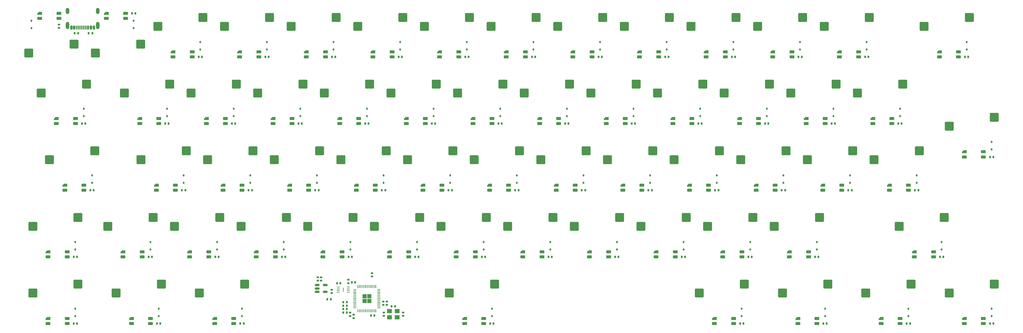
<source format=gbr>
%TF.GenerationSoftware,KiCad,Pcbnew,8.0.3*%
%TF.CreationDate,2024-10-13T01:02:16+08:00*%
%TF.ProjectId,PH60_Rev3,50483630-5f52-4657-9633-2e6b69636164,rev?*%
%TF.SameCoordinates,Original*%
%TF.FileFunction,Paste,Bot*%
%TF.FilePolarity,Positive*%
%FSLAX46Y46*%
G04 Gerber Fmt 4.6, Leading zero omitted, Abs format (unit mm)*
G04 Created by KiCad (PCBNEW 8.0.3) date 2024-10-13 01:02:16*
%MOMM*%
%LPD*%
G01*
G04 APERTURE LIST*
G04 Aperture macros list*
%AMRoundRect*
0 Rectangle with rounded corners*
0 $1 Rounding radius*
0 $2 $3 $4 $5 $6 $7 $8 $9 X,Y pos of 4 corners*
0 Add a 4 corners polygon primitive as box body*
4,1,4,$2,$3,$4,$5,$6,$7,$8,$9,$2,$3,0*
0 Add four circle primitives for the rounded corners*
1,1,$1+$1,$2,$3*
1,1,$1+$1,$4,$5*
1,1,$1+$1,$6,$7*
1,1,$1+$1,$8,$9*
0 Add four rect primitives between the rounded corners*
20,1,$1+$1,$2,$3,$4,$5,0*
20,1,$1+$1,$4,$5,$6,$7,0*
20,1,$1+$1,$6,$7,$8,$9,0*
20,1,$1+$1,$8,$9,$2,$3,0*%
%AMFreePoly0*
4,1,18,-0.410000,0.593000,-0.403758,0.624380,-0.385983,0.650983,-0.359380,0.668758,-0.328000,0.675000,0.328000,0.675000,0.359380,0.668758,0.385983,0.650983,0.403758,0.624380,0.410000,0.593000,0.410000,-0.593000,0.403758,-0.624380,0.385983,-0.650983,0.359380,-0.668758,0.328000,-0.675000,0.000000,-0.675000,-0.410000,-0.265000,-0.410000,0.593000,-0.410000,0.593000,$1*%
%AMFreePoly1*
4,1,19,0.563745,0.600348,0.608674,0.548497,0.619677,0.497915,0.619677,-0.497915,0.600348,-0.563745,0.548497,-0.608674,0.497915,-0.619677,-0.497915,-0.619677,-0.563745,-0.600348,-0.608674,-0.548497,-0.619677,-0.497915,-0.619677,0.397045,-0.600348,0.462875,-0.584014,0.483144,-0.483144,0.584014,-0.422927,0.616894,-0.397045,0.619677,0.497915,0.619677,0.563745,0.600348,0.563745,0.600348,
$1*%
%AMFreePoly2*
4,1,19,0.563745,0.600348,0.608674,0.548497,0.619677,0.497915,0.619677,-0.497915,0.600348,-0.563745,0.548497,-0.608674,0.497915,-0.619677,-0.397045,-0.619677,-0.462875,-0.600348,-0.483144,-0.584014,-0.584014,-0.483144,-0.616894,-0.422927,-0.619677,-0.397045,-0.619677,0.497915,-0.600348,0.563745,-0.548497,0.608674,-0.497915,0.619677,0.497915,0.619677,0.563745,0.600348,0.563745,0.600348,
$1*%
%AMFreePoly3*
4,1,19,0.462875,0.600348,0.483144,0.584014,0.584014,0.483144,0.616894,0.422927,0.619677,0.397045,0.619677,-0.497915,0.600348,-0.563745,0.548497,-0.608674,0.497915,-0.619677,-0.497915,-0.619677,-0.563745,-0.600348,-0.608674,-0.548497,-0.619677,-0.497915,-0.619677,0.497915,-0.600348,0.563745,-0.548497,0.608674,-0.497915,0.619677,0.397045,0.619677,0.462875,0.600348,0.462875,0.600348,
$1*%
%AMFreePoly4*
4,1,19,0.563745,0.600348,0.608674,0.548497,0.619677,0.497915,0.619677,-0.397045,0.600348,-0.462875,0.584014,-0.483144,0.483144,-0.584014,0.422927,-0.616894,0.397045,-0.619677,-0.497915,-0.619677,-0.563745,-0.600348,-0.608674,-0.548497,-0.619677,-0.497915,-0.619677,0.497915,-0.600348,0.563745,-0.548497,0.608674,-0.497915,0.619677,0.497915,0.619677,0.563745,0.600348,0.563745,0.600348,
$1*%
G04 Aperture macros list end*
%ADD10RoundRect,0.250000X-1.025000X-1.000000X1.025000X-1.000000X1.025000X1.000000X-1.025000X1.000000X0*%
%ADD11RoundRect,0.250000X1.025000X1.000000X-1.025000X1.000000X-1.025000X-1.000000X1.025000X-1.000000X0*%
%ADD12RoundRect,0.140000X-0.140000X-0.170000X0.140000X-0.170000X0.140000X0.170000X-0.140000X0.170000X0*%
%ADD13RoundRect,0.112500X0.112500X-0.187500X0.112500X0.187500X-0.112500X0.187500X-0.112500X-0.187500X0*%
%ADD14RoundRect,0.082000X-0.593000X0.328000X-0.593000X-0.328000X0.593000X-0.328000X0.593000X0.328000X0*%
%ADD15FreePoly0,270.000000*%
%ADD16RoundRect,0.140000X-0.170000X0.140000X-0.170000X-0.140000X0.170000X-0.140000X0.170000X0.140000X0*%
%ADD17RoundRect,0.140000X0.140000X0.170000X-0.140000X0.170000X-0.140000X-0.170000X0.140000X-0.170000X0*%
%ADD18RoundRect,0.140000X0.170000X-0.140000X0.170000X0.140000X-0.170000X0.140000X-0.170000X-0.140000X0*%
%ADD19FreePoly1,270.000000*%
%ADD20FreePoly2,270.000000*%
%ADD21FreePoly3,270.000000*%
%ADD22FreePoly4,270.000000*%
%ADD23RoundRect,0.050000X-0.050000X0.387500X-0.050000X-0.387500X0.050000X-0.387500X0.050000X0.387500X0*%
%ADD24RoundRect,0.050000X-0.387500X0.050000X-0.387500X-0.050000X0.387500X-0.050000X0.387500X0.050000X0*%
%ADD25RoundRect,0.135000X-0.135000X-0.185000X0.135000X-0.185000X0.135000X0.185000X-0.135000X0.185000X0*%
%ADD26RoundRect,0.112500X-0.112500X0.187500X-0.112500X-0.187500X0.112500X-0.187500X0.112500X0.187500X0*%
%ADD27RoundRect,0.135000X0.135000X0.185000X-0.135000X0.185000X-0.135000X-0.185000X0.135000X-0.185000X0*%
%ADD28RoundRect,0.040000X0.040000X0.605000X-0.040000X0.605000X-0.040000X-0.605000X0.040000X-0.605000X0*%
%ADD29RoundRect,0.062500X0.387500X0.062500X-0.387500X0.062500X-0.387500X-0.062500X0.387500X-0.062500X0*%
%ADD30RoundRect,0.135000X-0.185000X0.135000X-0.185000X-0.135000X0.185000X-0.135000X0.185000X0.135000X0*%
%ADD31RoundRect,0.150000X-0.150000X-0.425000X0.150000X-0.425000X0.150000X0.425000X-0.150000X0.425000X0*%
%ADD32RoundRect,0.075000X-0.075000X-0.500000X0.075000X-0.500000X0.075000X0.500000X-0.075000X0.500000X0*%
%ADD33O,1.000000X1.800000*%
%ADD34O,1.000000X2.100000*%
%ADD35RoundRect,0.150000X-0.512500X-0.150000X0.512500X-0.150000X0.512500X0.150000X-0.512500X0.150000X0*%
%ADD36R,1.400000X1.200000*%
G04 APERTURE END LIST*
D10*
%TO.C,S30*%
X64352500Y-73660000D03*
X77279500Y-71120000D03*
%TD*%
%TO.C,S27*%
X269140000Y-54610000D03*
X282067000Y-52070000D03*
%TD*%
%TO.C,S42*%
X33396250Y-92710000D03*
X46323250Y-90170000D03*
%TD*%
%TO.C,S32*%
X102452500Y-73660000D03*
X115379500Y-71120000D03*
%TD*%
%TO.C,S38*%
X216752500Y-73660000D03*
X229679500Y-71120000D03*
%TD*%
%TO.C,S35*%
X159602500Y-73660000D03*
X172529500Y-71120000D03*
%TD*%
%TO.C,S4*%
X88165000Y-35560000D03*
X101092000Y-33020000D03*
%TD*%
D11*
%TO.C,S2*%
X64235000Y-40640000D03*
X51308000Y-43180000D03*
%TD*%
D10*
%TO.C,S22*%
X173890000Y-54610000D03*
X186817000Y-52070000D03*
%TD*%
%TO.C,S28*%
X295333750Y-64135000D03*
X308260750Y-61595000D03*
%TD*%
%TO.C,S46*%
X111977500Y-92710000D03*
X124904500Y-90170000D03*
%TD*%
D11*
%TO.C,S1*%
X45185000Y-40640000D03*
X32258000Y-43180000D03*
%TD*%
D10*
%TO.C,S54*%
X281046250Y-92710000D03*
X293973250Y-90170000D03*
%TD*%
%TO.C,S10*%
X202465000Y-35560000D03*
X215392000Y-33020000D03*
%TD*%
%TO.C,S34*%
X140552500Y-73660000D03*
X153479500Y-71120000D03*
%TD*%
%TO.C,S15*%
X35777500Y-54610000D03*
X48704500Y-52070000D03*
%TD*%
%TO.C,S56*%
X57208750Y-111760000D03*
X70135750Y-109220000D03*
%TD*%
%TO.C,S20*%
X135790000Y-54610000D03*
X148717000Y-52070000D03*
%TD*%
%TO.C,S17*%
X78640000Y-54610000D03*
X91567000Y-52070000D03*
%TD*%
%TO.C,S31*%
X83402500Y-73660000D03*
X96329500Y-71120000D03*
%TD*%
%TO.C,S48*%
X150077500Y-92710000D03*
X163004500Y-90170000D03*
%TD*%
%TO.C,S51*%
X207227500Y-92710000D03*
X220154500Y-90170000D03*
%TD*%
%TO.C,S23*%
X192940000Y-54610000D03*
X205867000Y-52070000D03*
%TD*%
%TO.C,S50*%
X188177500Y-92710000D03*
X201104500Y-90170000D03*
%TD*%
%TO.C,S18*%
X97690000Y-54610000D03*
X110617000Y-52070000D03*
%TD*%
%TO.C,S33*%
X121502500Y-73660000D03*
X134429500Y-71120000D03*
%TD*%
%TO.C,S61*%
X271521250Y-111760000D03*
X284448250Y-109220000D03*
%TD*%
%TO.C,S16*%
X59590000Y-54610000D03*
X72517000Y-52070000D03*
%TD*%
%TO.C,S60*%
X247708750Y-111760000D03*
X260635750Y-109220000D03*
%TD*%
%TO.C,S58*%
X152458750Y-111760000D03*
X165385750Y-109220000D03*
%TD*%
%TO.C,S24*%
X211990000Y-54610000D03*
X224917000Y-52070000D03*
%TD*%
%TO.C,S29*%
X38158750Y-73660000D03*
X51085750Y-71120000D03*
%TD*%
%TO.C,S37*%
X197702500Y-73660000D03*
X210629500Y-71120000D03*
%TD*%
%TO.C,S43*%
X54827500Y-92710000D03*
X67754500Y-90170000D03*
%TD*%
%TO.C,S3*%
X69115000Y-35560000D03*
X82042000Y-33020000D03*
%TD*%
%TO.C,S36*%
X178652500Y-73660000D03*
X191579500Y-71120000D03*
%TD*%
%TO.C,S6*%
X126265000Y-35560000D03*
X139192000Y-33020000D03*
%TD*%
%TO.C,S55*%
X33396250Y-111760000D03*
X46323250Y-109220000D03*
%TD*%
%TO.C,S25*%
X231040000Y-54610000D03*
X243967000Y-52070000D03*
%TD*%
%TO.C,S9*%
X183415000Y-35560000D03*
X196342000Y-33020000D03*
%TD*%
%TO.C,S26*%
X250090000Y-54610000D03*
X263017000Y-52070000D03*
%TD*%
%TO.C,S11*%
X221515000Y-35560000D03*
X234442000Y-33020000D03*
%TD*%
%TO.C,S59*%
X223896250Y-111760000D03*
X236823250Y-109220000D03*
%TD*%
%TO.C,S53*%
X245327500Y-92710000D03*
X258254500Y-90170000D03*
%TD*%
%TO.C,S12*%
X240565000Y-35560000D03*
X253492000Y-33020000D03*
%TD*%
%TO.C,S57*%
X81021250Y-111760000D03*
X93948250Y-109220000D03*
%TD*%
%TO.C,S8*%
X164365000Y-35560000D03*
X177292000Y-33020000D03*
%TD*%
%TO.C,S13*%
X259615000Y-35560000D03*
X272542000Y-33020000D03*
%TD*%
%TO.C,S14*%
X288190000Y-35560000D03*
X301117000Y-33020000D03*
%TD*%
%TO.C,S21*%
X154840000Y-54610000D03*
X167767000Y-52070000D03*
%TD*%
%TO.C,S19*%
X116740000Y-54610000D03*
X129667000Y-52070000D03*
%TD*%
%TO.C,S5*%
X107215000Y-35560000D03*
X120142000Y-33020000D03*
%TD*%
%TO.C,S45*%
X92927500Y-92710000D03*
X105854500Y-90170000D03*
%TD*%
%TO.C,S62*%
X295333750Y-111760000D03*
X308260750Y-109220000D03*
%TD*%
%TO.C,S52*%
X226277500Y-92710000D03*
X239204500Y-90170000D03*
%TD*%
%TO.C,S7*%
X145315000Y-35560000D03*
X158242000Y-33020000D03*
%TD*%
%TO.C,S41*%
X273902500Y-73660000D03*
X286829500Y-71120000D03*
%TD*%
%TO.C,S49*%
X169127500Y-92710000D03*
X182054500Y-90170000D03*
%TD*%
%TO.C,S44*%
X73877500Y-92710000D03*
X86804500Y-90170000D03*
%TD*%
%TO.C,S39*%
X235802500Y-73660000D03*
X248729500Y-71120000D03*
%TD*%
%TO.C,S40*%
X254852500Y-73660000D03*
X267779500Y-71120000D03*
%TD*%
%TO.C,S47*%
X131027500Y-92710000D03*
X143954500Y-90170000D03*
%TD*%
D12*
%TO.C,RGBC15*%
X47462500Y-63400000D03*
X48422500Y-63400000D03*
%TD*%
D13*
%TO.C,D21*%
X167005000Y-61230000D03*
X167005000Y-59130000D03*
%TD*%
D12*
%TO.C,RGBC49*%
X180812500Y-101500000D03*
X181772500Y-101500000D03*
%TD*%
%TO.C,RGBC28*%
X307018750Y-72925000D03*
X307978750Y-72925000D03*
%TD*%
D14*
%TO.C,RGB20*%
X145600000Y-63400000D03*
X145600000Y-61900000D03*
D15*
X140150000Y-61900000D03*
D14*
X140150000Y-63400000D03*
%TD*%
D16*
%TO.C,C13*%
X125087500Y-118020000D03*
X125087500Y-118980000D03*
%TD*%
%TO.C,C3*%
X133737500Y-117370000D03*
X133737500Y-118330000D03*
%TD*%
D13*
%TO.C,D46*%
X124142500Y-99330000D03*
X124142500Y-97230000D03*
%TD*%
D12*
%TO.C,RGBC58*%
X164143750Y-120550000D03*
X165103750Y-120550000D03*
%TD*%
%TO.C,RGBC14*%
X299875000Y-44350000D03*
X300835000Y-44350000D03*
%TD*%
D13*
%TO.C,D55*%
X45561250Y-118380000D03*
X45561250Y-116280000D03*
%TD*%
D14*
%TO.C,RGB58*%
X162268750Y-120550000D03*
X162268750Y-119050000D03*
D15*
X156818750Y-119050000D03*
D14*
X156818750Y-120550000D03*
%TD*%
%TO.C,RGB14*%
X298000000Y-44350000D03*
X298000000Y-42850000D03*
D15*
X292550000Y-42850000D03*
D14*
X292550000Y-44350000D03*
%TD*%
D12*
%TO.C,RGBC21*%
X166525000Y-63400000D03*
X167485000Y-63400000D03*
%TD*%
D17*
%TO.C,C8*%
X123121814Y-116400000D03*
X122161814Y-116400000D03*
%TD*%
D16*
%TO.C,C1*%
X114837500Y-107270000D03*
X114837500Y-108230000D03*
%TD*%
D18*
%TO.C,C4*%
X115837500Y-108230000D03*
X115837500Y-107270000D03*
%TD*%
D14*
%TO.C,RGB55*%
X43206250Y-120550000D03*
X43206250Y-119050000D03*
D15*
X37756250Y-119050000D03*
D14*
X37756250Y-120550000D03*
%TD*%
D13*
%TO.C,D7*%
X157480000Y-42180000D03*
X157480000Y-40080000D03*
%TD*%
D19*
%TO.C,U3*%
X129575000Y-112725000D03*
D20*
X128225000Y-112725000D03*
D21*
X129575000Y-114075000D03*
D22*
X128225000Y-114075000D03*
D23*
X126300000Y-109962500D03*
X126700000Y-109962500D03*
X127100000Y-109962500D03*
X127500000Y-109962500D03*
X127900000Y-109962500D03*
X128300000Y-109962500D03*
X128700000Y-109962500D03*
X129100000Y-109962500D03*
X129500000Y-109962500D03*
X129900000Y-109962500D03*
X130300000Y-109962500D03*
X130700000Y-109962500D03*
X131100000Y-109962500D03*
X131500000Y-109962500D03*
D24*
X132337500Y-110800000D03*
X132337500Y-111200000D03*
X132337500Y-111600000D03*
X132337500Y-112000000D03*
X132337500Y-112400000D03*
X132337500Y-112800000D03*
X132337500Y-113200000D03*
X132337500Y-113600000D03*
X132337500Y-114000000D03*
X132337500Y-114400000D03*
X132337500Y-114800000D03*
X132337500Y-115200000D03*
X132337500Y-115600000D03*
X132337500Y-116000000D03*
D23*
X131500000Y-116837500D03*
X131100000Y-116837500D03*
X130700000Y-116837500D03*
X130300000Y-116837500D03*
X129900000Y-116837500D03*
X129500000Y-116837500D03*
X129100000Y-116837500D03*
X128700000Y-116837500D03*
X128300000Y-116837500D03*
X127900000Y-116837500D03*
X127500000Y-116837500D03*
X127100000Y-116837500D03*
X126700000Y-116837500D03*
X126300000Y-116837500D03*
D24*
X125462500Y-116000000D03*
X125462500Y-115600000D03*
X125462500Y-115200000D03*
X125462500Y-114800000D03*
X125462500Y-114400000D03*
X125462500Y-114000000D03*
X125462500Y-113600000D03*
X125462500Y-113200000D03*
X125462500Y-112800000D03*
X125462500Y-112400000D03*
X125462500Y-112000000D03*
X125462500Y-111600000D03*
X125462500Y-111200000D03*
X125462500Y-110800000D03*
%TD*%
D13*
%TO.C,D15*%
X47942500Y-61230000D03*
X47942500Y-59130000D03*
%TD*%
D14*
%TO.C,RGB57*%
X90831250Y-120550000D03*
X90831250Y-119050000D03*
D15*
X85381250Y-119050000D03*
D14*
X85381250Y-120550000D03*
%TD*%
D12*
%TO.C,RGBC62*%
X307018750Y-120550000D03*
X307978750Y-120550000D03*
%TD*%
D14*
%TO.C,RGB38*%
X226562500Y-82450000D03*
X226562500Y-80950000D03*
D15*
X221112500Y-80950000D03*
D14*
X221112500Y-82450000D03*
%TD*%
%TO.C,RGB37*%
X207512500Y-82450000D03*
X207512500Y-80950000D03*
D15*
X202062500Y-80950000D03*
D14*
X202062500Y-82450000D03*
%TD*%
D13*
%TO.C,D43*%
X66992500Y-99330000D03*
X66992500Y-97230000D03*
%TD*%
D12*
%TO.C,RGBC34*%
X152237500Y-82450000D03*
X153197500Y-82450000D03*
%TD*%
D13*
%TO.C,D22*%
X186055000Y-61230000D03*
X186055000Y-59130000D03*
%TD*%
%TO.C,D44*%
X86042500Y-99330000D03*
X86042500Y-97230000D03*
%TD*%
D25*
%TO.C,R5*%
X135977500Y-115600000D03*
X136997500Y-115600000D03*
%TD*%
D14*
%TO.C,RGB52*%
X236087500Y-101500000D03*
X236087500Y-100000000D03*
D15*
X230637500Y-100000000D03*
D14*
X230637500Y-101500000D03*
%TD*%
D12*
%TO.C,RGBC51*%
X218912500Y-101500000D03*
X219872500Y-101500000D03*
%TD*%
D25*
%TO.C,R7*%
X49375000Y-37575000D03*
X50395000Y-37575000D03*
%TD*%
D13*
%TO.C,D58*%
X164623750Y-118380000D03*
X164623750Y-116280000D03*
%TD*%
%TO.C,D20*%
X147955000Y-61230000D03*
X147955000Y-59130000D03*
%TD*%
D14*
%TO.C,RGB3*%
X78925000Y-44350000D03*
X78925000Y-42850000D03*
D15*
X73475000Y-42850000D03*
D14*
X73475000Y-44350000D03*
%TD*%
D12*
%TO.C,RGBC32*%
X114137500Y-82450000D03*
X115097500Y-82450000D03*
%TD*%
D14*
%TO.C,RGB60*%
X257518750Y-120550000D03*
X257518750Y-119050000D03*
D15*
X252068750Y-119050000D03*
D14*
X252068750Y-120550000D03*
%TD*%
D12*
%TO.C,RGBC30*%
X76037500Y-82450000D03*
X76997500Y-82450000D03*
%TD*%
D14*
%TO.C,RGB5*%
X117025000Y-44350000D03*
X117025000Y-42850000D03*
D15*
X111575000Y-42850000D03*
D14*
X111575000Y-44350000D03*
%TD*%
%TO.C,RGB16*%
X69400000Y-63400000D03*
X69400000Y-61900000D03*
D15*
X63950000Y-61900000D03*
D14*
X63950000Y-63400000D03*
%TD*%
D13*
%TO.C,D19*%
X128905000Y-61230000D03*
X128905000Y-59130000D03*
%TD*%
D17*
%TO.C,C16*%
X118567500Y-113600000D03*
X117607500Y-113600000D03*
%TD*%
D13*
%TO.C,D4*%
X100330000Y-42180000D03*
X100330000Y-40080000D03*
%TD*%
%TO.C,D13*%
X271780000Y-42180000D03*
X271780000Y-40080000D03*
%TD*%
%TO.C,D29*%
X50323750Y-80280000D03*
X50323750Y-78180000D03*
%TD*%
D14*
%TO.C,RGB24*%
X221800000Y-63400000D03*
X221800000Y-61900000D03*
D15*
X216350000Y-61900000D03*
D14*
X216350000Y-63400000D03*
%TD*%
D13*
%TO.C,D11*%
X233680000Y-42180000D03*
X233680000Y-40080000D03*
%TD*%
D12*
%TO.C,C5*%
X120357500Y-109000000D03*
X121317500Y-109000000D03*
%TD*%
D14*
%TO.C,RGB18*%
X107500000Y-63400000D03*
X107500000Y-61900000D03*
D15*
X102050000Y-61900000D03*
D14*
X102050000Y-63400000D03*
%TD*%
%TO.C,RGB27*%
X278950000Y-63400000D03*
X278950000Y-61900000D03*
D15*
X273500000Y-61900000D03*
D14*
X273500000Y-63400000D03*
%TD*%
%TO.C,RGB34*%
X150362500Y-82450000D03*
X150362500Y-80950000D03*
D15*
X144912500Y-80950000D03*
D14*
X144912500Y-82450000D03*
%TD*%
D12*
%TO.C,RGBC43*%
X66512500Y-101500000D03*
X67472500Y-101500000D03*
%TD*%
D14*
%TO.C,RGB47*%
X140837500Y-101500000D03*
X140837500Y-100000000D03*
D15*
X135387500Y-100000000D03*
D14*
X135387500Y-101500000D03*
%TD*%
D12*
%TO.C,C9*%
X130107500Y-118250000D03*
X131067500Y-118250000D03*
%TD*%
D26*
%TO.C,D2*%
X62230000Y-34020000D03*
X62230000Y-36120000D03*
%TD*%
D14*
%TO.C,RGB29*%
X47968750Y-82450000D03*
X47968750Y-80950000D03*
D15*
X42518750Y-80950000D03*
D14*
X42518750Y-82450000D03*
%TD*%
%TO.C,RGB7*%
X155125000Y-44350000D03*
X155125000Y-42850000D03*
D15*
X149675000Y-42850000D03*
D14*
X149675000Y-44350000D03*
%TD*%
D13*
%TO.C,D34*%
X152717500Y-80280000D03*
X152717500Y-78180000D03*
%TD*%
D12*
%TO.C,RGBC35*%
X171287500Y-82450000D03*
X172247500Y-82450000D03*
%TD*%
D14*
%TO.C,RGB48*%
X159887500Y-101500000D03*
X159887500Y-100000000D03*
D15*
X154437500Y-100000000D03*
D14*
X154437500Y-101500000D03*
%TD*%
D12*
%TO.C,RGBC42*%
X45081250Y-101500000D03*
X46041250Y-101500000D03*
%TD*%
D13*
%TO.C,D27*%
X281305000Y-61230000D03*
X281305000Y-59130000D03*
%TD*%
D12*
%TO.C,RGBC41*%
X285587500Y-82450000D03*
X286547500Y-82450000D03*
%TD*%
%TO.C,RGBC52*%
X237962500Y-101500000D03*
X238922500Y-101500000D03*
%TD*%
D14*
%TO.C,RGB4*%
X97975000Y-44350000D03*
X97975000Y-42850000D03*
D15*
X92525000Y-42850000D03*
D14*
X92525000Y-44350000D03*
%TD*%
%TO.C,RGB17*%
X88450000Y-63400000D03*
X88450000Y-61900000D03*
D15*
X83000000Y-61900000D03*
D14*
X83000000Y-63400000D03*
%TD*%
%TO.C,RGB9*%
X193225000Y-44350000D03*
X193225000Y-42850000D03*
D15*
X187775000Y-42850000D03*
D14*
X187775000Y-44350000D03*
%TD*%
%TO.C,RGB59*%
X233706250Y-120550000D03*
X233706250Y-119050000D03*
D15*
X228256250Y-119050000D03*
D14*
X228256250Y-120550000D03*
%TD*%
D25*
%TO.C,R3*%
X122131814Y-114400000D03*
X123151814Y-114400000D03*
%TD*%
D13*
%TO.C,D18*%
X109855000Y-61230000D03*
X109855000Y-59130000D03*
%TD*%
%TO.C,D30*%
X76517500Y-80280000D03*
X76517500Y-78180000D03*
%TD*%
D12*
%TO.C,RGBC37*%
X209387500Y-82450000D03*
X210347500Y-82450000D03*
%TD*%
D13*
%TO.C,D57*%
X93186250Y-118380000D03*
X93186250Y-116280000D03*
%TD*%
%TO.C,D45*%
X105092500Y-99330000D03*
X105092500Y-97230000D03*
%TD*%
D14*
%TO.C,RGB35*%
X169412500Y-82450000D03*
X169412500Y-80950000D03*
D15*
X163962500Y-80950000D03*
D14*
X163962500Y-82450000D03*
%TD*%
D12*
%TO.C,RGBC44*%
X85562500Y-101500000D03*
X86522500Y-101500000D03*
%TD*%
D17*
%TO.C,C14*%
X125567500Y-108750000D03*
X124607500Y-108750000D03*
%TD*%
D12*
%TO.C,RGBC27*%
X280825000Y-63400000D03*
X281785000Y-63400000D03*
%TD*%
D17*
%TO.C,C10*%
X123121814Y-117400000D03*
X122161814Y-117400000D03*
%TD*%
D13*
%TO.C,D31*%
X95567500Y-80280000D03*
X95567500Y-78180000D03*
%TD*%
D12*
%TO.C,RGBC3*%
X80800000Y-44350000D03*
X81760000Y-44350000D03*
%TD*%
D13*
%TO.C,D61*%
X283686250Y-118380000D03*
X283686250Y-116280000D03*
%TD*%
D27*
%TO.C,R6*%
X46375000Y-37575000D03*
X45355000Y-37575000D03*
%TD*%
D13*
%TO.C,D16*%
X71755000Y-61230000D03*
X71755000Y-59130000D03*
%TD*%
D12*
%TO.C,RGBC10*%
X214150000Y-44350000D03*
X215110000Y-44350000D03*
%TD*%
D14*
%TO.C,RGB46*%
X121787500Y-101500000D03*
X121787500Y-100000000D03*
D15*
X116337500Y-100000000D03*
D14*
X116337500Y-101500000D03*
%TD*%
D12*
%TO.C,RGBC4*%
X99850000Y-44350000D03*
X100810000Y-44350000D03*
%TD*%
D13*
%TO.C,D6*%
X138430000Y-42180000D03*
X138430000Y-40080000D03*
%TD*%
D12*
%TO.C,RGBC26*%
X261775000Y-63400000D03*
X262735000Y-63400000D03*
%TD*%
D13*
%TO.C,D48*%
X162242500Y-99330000D03*
X162242500Y-97230000D03*
%TD*%
D14*
%TO.C,RGB44*%
X83687500Y-101500000D03*
X83687500Y-100000000D03*
D15*
X78237500Y-100000000D03*
D14*
X78237500Y-101500000D03*
%TD*%
%TO.C,RGB23*%
X202750000Y-63400000D03*
X202750000Y-61900000D03*
D15*
X197300000Y-61900000D03*
D14*
X197300000Y-63400000D03*
%TD*%
%TO.C,RGB50*%
X197987500Y-101500000D03*
X197987500Y-100000000D03*
D15*
X192537500Y-100000000D03*
D14*
X192537500Y-101500000D03*
%TD*%
%TO.C,RGB33*%
X131312500Y-82450000D03*
X131312500Y-80950000D03*
D15*
X125862500Y-80950000D03*
D14*
X125862500Y-82450000D03*
%TD*%
%TO.C,RGB26*%
X259900000Y-63400000D03*
X259900000Y-61900000D03*
D15*
X254450000Y-61900000D03*
D14*
X254450000Y-63400000D03*
%TD*%
D12*
%TO.C,RGBC13*%
X271300000Y-44350000D03*
X272260000Y-44350000D03*
%TD*%
%TO.C,RGBC16*%
X71275000Y-63400000D03*
X72235000Y-63400000D03*
%TD*%
D13*
%TO.C,D24*%
X224155000Y-61230000D03*
X224155000Y-59130000D03*
%TD*%
D18*
%TO.C,C2*%
X139237500Y-118330000D03*
X139237500Y-117370000D03*
%TD*%
D12*
%TO.C,RGBC17*%
X90325000Y-63400000D03*
X91285000Y-63400000D03*
%TD*%
%TO.C,RGBC8*%
X176050000Y-44350000D03*
X177010000Y-44350000D03*
%TD*%
%TO.C,RGBC53*%
X257012500Y-101500000D03*
X257972500Y-101500000D03*
%TD*%
D13*
%TO.C,D35*%
X171767500Y-80280000D03*
X171767500Y-78180000D03*
%TD*%
D14*
%TO.C,RGB61*%
X281331250Y-120550000D03*
X281331250Y-119050000D03*
D15*
X275881250Y-119050000D03*
D14*
X275881250Y-120550000D03*
%TD*%
D12*
%TO.C,RGBC59*%
X235581250Y-120550000D03*
X236541250Y-120550000D03*
%TD*%
D13*
%TO.C,D38*%
X228917500Y-80280000D03*
X228917500Y-78180000D03*
%TD*%
D12*
%TO.C,RGBC5*%
X118900000Y-44350000D03*
X119860000Y-44350000D03*
%TD*%
D14*
%TO.C,RGB62*%
X305143750Y-120550000D03*
X305143750Y-119050000D03*
D15*
X299693750Y-119050000D03*
D14*
X299693750Y-120550000D03*
%TD*%
%TO.C,RGB49*%
X178937500Y-101500000D03*
X178937500Y-100000000D03*
D15*
X173487500Y-100000000D03*
D14*
X173487500Y-101500000D03*
%TD*%
D12*
%TO.C,RGBC60*%
X259393750Y-120550000D03*
X260353750Y-120550000D03*
%TD*%
D16*
%TO.C,C12*%
X134587500Y-114250000D03*
X134587500Y-115210000D03*
%TD*%
D14*
%TO.C,RGB28*%
X305143750Y-72925000D03*
X305143750Y-71425000D03*
D15*
X299693750Y-71425000D03*
D14*
X299693750Y-72925000D03*
%TD*%
D12*
%TO.C,RGBC22*%
X185575000Y-63400000D03*
X186535000Y-63400000D03*
%TD*%
D13*
%TO.C,D62*%
X307498750Y-118380000D03*
X307498750Y-116280000D03*
%TD*%
D14*
%TO.C,RGB13*%
X269425000Y-44350000D03*
X269425000Y-42850000D03*
D15*
X263975000Y-42850000D03*
D14*
X263975000Y-44350000D03*
%TD*%
%TO.C,RGB12*%
X250375000Y-44350000D03*
X250375000Y-42850000D03*
D15*
X244925000Y-42850000D03*
D14*
X244925000Y-44350000D03*
%TD*%
D16*
%TO.C,C11*%
X124087500Y-117400000D03*
X124087500Y-118360000D03*
%TD*%
D12*
%TO.C,RGBC18*%
X109375000Y-63400000D03*
X110335000Y-63400000D03*
%TD*%
%TO.C,RGBC7*%
X157000000Y-44350000D03*
X157960000Y-44350000D03*
%TD*%
D14*
%TO.C,RGB54*%
X290856250Y-101500000D03*
X290856250Y-100000000D03*
D15*
X285406250Y-100000000D03*
D14*
X285406250Y-101500000D03*
%TD*%
%TO.C,RGB41*%
X283712500Y-82450000D03*
X283712500Y-80950000D03*
D15*
X278262500Y-80950000D03*
D14*
X278262500Y-82450000D03*
%TD*%
%TO.C,RGB2*%
X59875000Y-33350000D03*
X59875000Y-31850000D03*
D15*
X54425000Y-31850000D03*
D14*
X54425000Y-33350000D03*
%TD*%
D12*
%TO.C,RGBC50*%
X199862500Y-101500000D03*
X200822500Y-101500000D03*
%TD*%
D14*
%TO.C,RGB43*%
X64637500Y-101500000D03*
X64637500Y-100000000D03*
D15*
X59187500Y-100000000D03*
D14*
X59187500Y-101500000D03*
%TD*%
D12*
%TO.C,RGBC25*%
X242725000Y-63400000D03*
X243685000Y-63400000D03*
%TD*%
D14*
%TO.C,RGB1*%
X40825000Y-33350000D03*
X40825000Y-31850000D03*
D15*
X35375000Y-31850000D03*
D14*
X35375000Y-33350000D03*
%TD*%
D13*
%TO.C,D56*%
X69373750Y-118380000D03*
X69373750Y-116280000D03*
%TD*%
D18*
%TO.C,C15*%
X130325000Y-107075000D03*
X130325000Y-106115000D03*
%TD*%
D12*
%TO.C,RGBC29*%
X49843750Y-82450000D03*
X50803750Y-82450000D03*
%TD*%
D13*
%TO.C,D49*%
X181292500Y-99330000D03*
X181292500Y-97230000D03*
%TD*%
D14*
%TO.C,RGB40*%
X264662500Y-82450000D03*
X264662500Y-80950000D03*
D15*
X259212500Y-80950000D03*
D14*
X259212500Y-82450000D03*
%TD*%
%TO.C,RGB22*%
X183700000Y-63400000D03*
X183700000Y-61900000D03*
D15*
X178250000Y-61900000D03*
D14*
X178250000Y-63400000D03*
%TD*%
D13*
%TO.C,D59*%
X236061250Y-118380000D03*
X236061250Y-116280000D03*
%TD*%
D12*
%TO.C,RGBC2*%
X61750000Y-31850000D03*
X62710000Y-31850000D03*
%TD*%
%TO.C,RGBC57*%
X92706250Y-120550000D03*
X93666250Y-120550000D03*
%TD*%
D25*
%TO.C,R4*%
X122131814Y-115400000D03*
X123151814Y-115400000D03*
%TD*%
D14*
%TO.C,RGB6*%
X136075000Y-44350000D03*
X136075000Y-42850000D03*
D15*
X130625000Y-42850000D03*
D14*
X130625000Y-44350000D03*
%TD*%
D13*
%TO.C,D54*%
X293211250Y-99330000D03*
X293211250Y-97230000D03*
%TD*%
%TO.C,D17*%
X90805000Y-61230000D03*
X90805000Y-59130000D03*
%TD*%
D14*
%TO.C,RGB53*%
X255137500Y-101500000D03*
X255137500Y-100000000D03*
D15*
X249687500Y-100000000D03*
D14*
X249687500Y-101500000D03*
%TD*%
D12*
%TO.C,RGBC54*%
X292731250Y-101500000D03*
X293691250Y-101500000D03*
%TD*%
D13*
%TO.C,D60*%
X259873750Y-118380000D03*
X259873750Y-116280000D03*
%TD*%
D28*
%TO.C,U2*%
X122137500Y-110825000D03*
D29*
X123562500Y-110075000D03*
X123562500Y-110575000D03*
X123562500Y-111075000D03*
X123562500Y-111575000D03*
X120712500Y-111575000D03*
X120712500Y-111075000D03*
X120712500Y-110575000D03*
X120712500Y-110075000D03*
%TD*%
D14*
%TO.C,RGB45*%
X102737500Y-101500000D03*
X102737500Y-100000000D03*
D15*
X97287500Y-100000000D03*
D14*
X97287500Y-101500000D03*
%TD*%
D12*
%TO.C,RGBC33*%
X133187500Y-82450000D03*
X134147500Y-82450000D03*
%TD*%
D30*
%TO.C,R1*%
X123562500Y-108000000D03*
X123562500Y-109020000D03*
%TD*%
D31*
%TO.C,J1*%
X44425000Y-35930000D03*
X45225000Y-35930000D03*
D32*
X46375000Y-35930000D03*
X47375000Y-35930000D03*
X47875000Y-35930000D03*
X48875000Y-35930000D03*
D31*
X50025000Y-35930000D03*
X50825000Y-35930000D03*
X50825000Y-35930000D03*
X50025000Y-35930000D03*
D32*
X49375000Y-35930000D03*
X48375000Y-35930000D03*
X46875000Y-35930000D03*
X45875000Y-35930000D03*
D31*
X45225000Y-35930000D03*
X44425000Y-35930000D03*
D33*
X43305000Y-31175000D03*
D34*
X43305000Y-35355000D03*
D33*
X51945000Y-31175000D03*
D34*
X51945000Y-35355000D03*
%TD*%
D12*
%TO.C,RGBC6*%
X137950000Y-44350000D03*
X138910000Y-44350000D03*
%TD*%
D14*
%TO.C,RGB56*%
X67018750Y-120550000D03*
X67018750Y-119050000D03*
D15*
X61568750Y-119050000D03*
D14*
X61568750Y-120550000D03*
%TD*%
D12*
%TO.C,RGBC46*%
X123662500Y-101500000D03*
X124622500Y-101500000D03*
%TD*%
D14*
%TO.C,RGB31*%
X93212500Y-82450000D03*
X93212500Y-80950000D03*
D15*
X87762500Y-80950000D03*
D14*
X87762500Y-82450000D03*
%TD*%
D18*
%TO.C,C7*%
X118837500Y-111795758D03*
X118837500Y-110835758D03*
%TD*%
D12*
%TO.C,RGBC45*%
X104612500Y-101500000D03*
X105572500Y-101500000D03*
%TD*%
D13*
%TO.C,D26*%
X262255000Y-61230000D03*
X262255000Y-59130000D03*
%TD*%
D12*
%TO.C,RGBC11*%
X233200000Y-44350000D03*
X234160000Y-44350000D03*
%TD*%
D35*
%TO.C,U1*%
X114700000Y-111450000D03*
X114700000Y-110500000D03*
X114700000Y-109550000D03*
X116975000Y-109550000D03*
X116975000Y-111450000D03*
%TD*%
D14*
%TO.C,RGB25*%
X240850000Y-63400000D03*
X240850000Y-61900000D03*
D15*
X235400000Y-61900000D03*
D14*
X235400000Y-63400000D03*
%TD*%
D12*
%TO.C,RGBC38*%
X228437500Y-82450000D03*
X229397500Y-82450000D03*
%TD*%
%TO.C,RGBC20*%
X147475000Y-63400000D03*
X148435000Y-63400000D03*
%TD*%
D13*
%TO.C,D5*%
X119380000Y-42180000D03*
X119380000Y-40080000D03*
%TD*%
D14*
%TO.C,RGB10*%
X212275000Y-44350000D03*
X212275000Y-42850000D03*
D15*
X206825000Y-42850000D03*
D14*
X206825000Y-44350000D03*
%TD*%
D13*
%TO.C,D12*%
X252730000Y-42180000D03*
X252730000Y-40080000D03*
%TD*%
D16*
%TO.C,RGBC1*%
X40825000Y-35095000D03*
X40825000Y-36055000D03*
%TD*%
D14*
%TO.C,RGB51*%
X217037500Y-101500000D03*
X217037500Y-100000000D03*
D15*
X211587500Y-100000000D03*
D14*
X211587500Y-101500000D03*
%TD*%
D13*
%TO.C,D9*%
X195580000Y-42180000D03*
X195580000Y-40080000D03*
%TD*%
D12*
%TO.C,RGBC39*%
X247487500Y-82450000D03*
X248447500Y-82450000D03*
%TD*%
D14*
%TO.C,RGB8*%
X174175000Y-44350000D03*
X174175000Y-42850000D03*
D15*
X168725000Y-42850000D03*
D14*
X168725000Y-44350000D03*
%TD*%
D13*
%TO.C,D25*%
X243205000Y-61230000D03*
X243205000Y-59130000D03*
%TD*%
D12*
%TO.C,RGBC31*%
X95087500Y-82450000D03*
X96047500Y-82450000D03*
%TD*%
%TO.C,RGBC19*%
X128425000Y-63400000D03*
X129385000Y-63400000D03*
%TD*%
D16*
%TO.C,C6*%
X133587500Y-114250000D03*
X133587500Y-115210000D03*
%TD*%
D12*
%TO.C,RGBC9*%
X195100000Y-44350000D03*
X196060000Y-44350000D03*
%TD*%
%TO.C,RGBC47*%
X142712500Y-101500000D03*
X143672500Y-101500000D03*
%TD*%
D13*
%TO.C,D53*%
X257492500Y-99330000D03*
X257492500Y-97230000D03*
%TD*%
%TO.C,D23*%
X205105000Y-61230000D03*
X205105000Y-59130000D03*
%TD*%
%TO.C,D28*%
X307498750Y-70755000D03*
X307498750Y-68655000D03*
%TD*%
D36*
%TO.C,Y1*%
X135387500Y-117000000D03*
X137587500Y-117000000D03*
X137587500Y-118700000D03*
X135387500Y-118700000D03*
%TD*%
D14*
%TO.C,RGB15*%
X45587500Y-63400000D03*
X45587500Y-61900000D03*
D15*
X40137500Y-61900000D03*
D14*
X40137500Y-63400000D03*
%TD*%
%TO.C,RGB11*%
X231325000Y-44350000D03*
X231325000Y-42850000D03*
D15*
X225875000Y-42850000D03*
D14*
X225875000Y-44350000D03*
%TD*%
D13*
%TO.C,D32*%
X114617500Y-80280000D03*
X114617500Y-78180000D03*
%TD*%
D12*
%TO.C,RGBC48*%
X161762500Y-101500000D03*
X162722500Y-101500000D03*
%TD*%
%TO.C,RGBC55*%
X45081250Y-120550000D03*
X46041250Y-120550000D03*
%TD*%
D14*
%TO.C,RGB32*%
X112262500Y-82450000D03*
X112262500Y-80950000D03*
D15*
X106812500Y-80950000D03*
D14*
X106812500Y-82450000D03*
%TD*%
D13*
%TO.C,D3*%
X81280000Y-42180000D03*
X81280000Y-40080000D03*
%TD*%
D14*
%TO.C,RGB19*%
X126550000Y-63400000D03*
X126550000Y-61900000D03*
D15*
X121100000Y-61900000D03*
D14*
X121100000Y-63400000D03*
%TD*%
D12*
%TO.C,RGBC12*%
X252250000Y-44350000D03*
X253210000Y-44350000D03*
%TD*%
D13*
%TO.C,D42*%
X45561250Y-99330000D03*
X45561250Y-97230000D03*
%TD*%
%TO.C,D36*%
X190817500Y-80280000D03*
X190817500Y-78180000D03*
%TD*%
%TO.C,D33*%
X133667500Y-80280000D03*
X133667500Y-78180000D03*
%TD*%
D14*
%TO.C,RGB30*%
X74162500Y-82450000D03*
X74162500Y-80950000D03*
D15*
X68712500Y-80950000D03*
D14*
X68712500Y-82450000D03*
%TD*%
D12*
%TO.C,RGBC61*%
X283206250Y-120550000D03*
X284166250Y-120550000D03*
%TD*%
D13*
%TO.C,D10*%
X214630000Y-42180000D03*
X214630000Y-40080000D03*
%TD*%
D14*
%TO.C,RGB42*%
X43206250Y-101500000D03*
X43206250Y-100000000D03*
D15*
X37756250Y-100000000D03*
D14*
X37756250Y-101500000D03*
%TD*%
D26*
%TO.C,D1*%
X33020000Y-34020000D03*
X33020000Y-36120000D03*
%TD*%
D14*
%TO.C,RGB39*%
X245612500Y-82450000D03*
X245612500Y-80950000D03*
D15*
X240162500Y-80950000D03*
D14*
X240162500Y-82450000D03*
%TD*%
D13*
%TO.C,D39*%
X247967500Y-80280000D03*
X247967500Y-78180000D03*
%TD*%
%TO.C,D14*%
X300355000Y-42180000D03*
X300355000Y-40080000D03*
%TD*%
%TO.C,D51*%
X219392500Y-99330000D03*
X219392500Y-97230000D03*
%TD*%
%TO.C,D41*%
X286067500Y-80280000D03*
X286067500Y-78180000D03*
%TD*%
D12*
%TO.C,RGBC23*%
X204625000Y-63400000D03*
X205585000Y-63400000D03*
%TD*%
D14*
%TO.C,RGB21*%
X164650000Y-63400000D03*
X164650000Y-61900000D03*
D15*
X159200000Y-61900000D03*
D14*
X159200000Y-63400000D03*
%TD*%
D13*
%TO.C,D47*%
X143192500Y-99330000D03*
X143192500Y-97230000D03*
%TD*%
%TO.C,D40*%
X267017500Y-80280000D03*
X267017500Y-78180000D03*
%TD*%
%TO.C,D37*%
X209867500Y-80280000D03*
X209867500Y-78180000D03*
%TD*%
%TO.C,D52*%
X238442500Y-99330000D03*
X238442500Y-97230000D03*
%TD*%
D12*
%TO.C,RGBC56*%
X68893750Y-120550000D03*
X69853750Y-120550000D03*
%TD*%
D13*
%TO.C,D50*%
X200342500Y-99330000D03*
X200342500Y-97230000D03*
%TD*%
D14*
%TO.C,RGB36*%
X188462500Y-82450000D03*
X188462500Y-80950000D03*
D15*
X183012500Y-80950000D03*
D14*
X183012500Y-82450000D03*
%TD*%
D12*
%TO.C,RGBC40*%
X266537500Y-82450000D03*
X267497500Y-82450000D03*
%TD*%
%TO.C,RGBC36*%
X190337500Y-82450000D03*
X191297500Y-82450000D03*
%TD*%
D13*
%TO.C,D8*%
X176530000Y-42180000D03*
X176530000Y-40080000D03*
%TD*%
D12*
%TO.C,RGBC24*%
X223675000Y-63400000D03*
X224635000Y-63400000D03*
%TD*%
M02*

</source>
